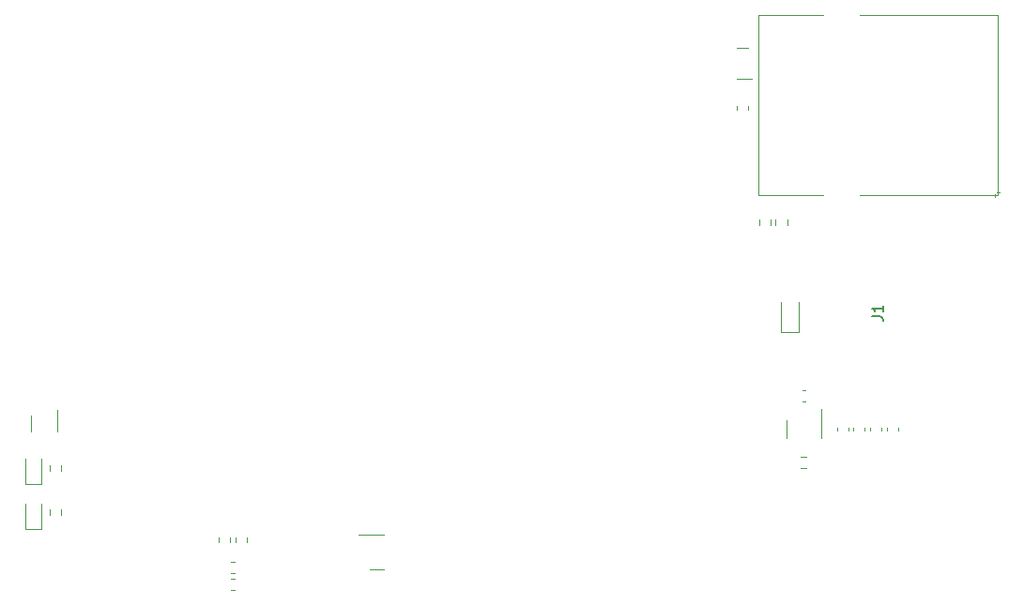
<source format=gbr>
%TF.GenerationSoftware,KiCad,Pcbnew,(5.99.0-10407-g1e8b23402c)*%
%TF.CreationDate,2021-06-04T12:52:52-06:00*%
%TF.ProjectId,mezzanine,6d657a7a-616e-4696-9e65-2e6b69636164,rev?*%
%TF.SameCoordinates,Original*%
%TF.FileFunction,Legend,Top*%
%TF.FilePolarity,Positive*%
%FSLAX46Y46*%
G04 Gerber Fmt 4.6, Leading zero omitted, Abs format (unit mm)*
G04 Created by KiCad (PCBNEW (5.99.0-10407-g1e8b23402c)) date 2021-06-04 12:52:52*
%MOMM*%
%LPD*%
G01*
G04 APERTURE LIST*
%ADD10C,0.150000*%
%ADD11C,0.120000*%
G04 APERTURE END LIST*
D10*
%TO.C,J1*%
X96652380Y-49333333D02*
X97366666Y-49333333D01*
X97509523Y-49380952D01*
X97604761Y-49476190D01*
X97652380Y-49619047D01*
X97652380Y-49714285D01*
X97652380Y-48333333D02*
X97652380Y-48904761D01*
X97652380Y-48619047D02*
X96652380Y-48619047D01*
X96795238Y-48714285D01*
X96890476Y-48809523D01*
X96938095Y-48904761D01*
D11*
%TO.C,U6*%
X52000000Y-72130000D02*
X52650000Y-72130000D01*
X52000000Y-69010000D02*
X52650000Y-69010000D01*
X52000000Y-69010000D02*
X50325000Y-69010000D01*
X52000000Y-72130000D02*
X51350000Y-72130000D01*
%TO.C,R3*%
X38772500Y-69262742D02*
X38772500Y-69737258D01*
X37727500Y-69262742D02*
X37727500Y-69737258D01*
%TO.C,C7*%
X84490000Y-30359420D02*
X84490000Y-30640580D01*
X85510000Y-30359420D02*
X85510000Y-30640580D01*
%TO.C,R4*%
X89022500Y-40587742D02*
X89022500Y-41062258D01*
X87977500Y-40587742D02*
X87977500Y-41062258D01*
%TO.C,R7*%
X23522500Y-63237258D02*
X23522500Y-62762742D01*
X22477500Y-63237258D02*
X22477500Y-62762742D01*
%TO.C,U7*%
X23160000Y-59700000D02*
X23160000Y-57800000D01*
X20840000Y-58300000D02*
X20840000Y-59700000D01*
%TO.C,C4*%
X97510000Y-59640580D02*
X97510000Y-59359420D01*
X96490000Y-59640580D02*
X96490000Y-59359420D01*
%TO.C,C3*%
X93490000Y-59640580D02*
X93490000Y-59359420D01*
X94510000Y-59640580D02*
X94510000Y-59359420D01*
%TO.C,U3*%
X84500000Y-25100000D02*
X85500000Y-25100000D01*
X84500000Y-27900000D02*
X85800000Y-27900000D01*
%TO.C,C5*%
X94990000Y-59640580D02*
X94990000Y-59359420D01*
X96010000Y-59640580D02*
X96010000Y-59359420D01*
%TO.C,R6*%
X22477500Y-67237258D02*
X22477500Y-66762742D01*
X23522500Y-67237258D02*
X23522500Y-66762742D01*
%TO.C,C1*%
X90640580Y-57010000D02*
X90359420Y-57010000D01*
X90640580Y-55990000D02*
X90359420Y-55990000D01*
%TO.C,C8*%
X38859420Y-74010000D02*
X39140580Y-74010000D01*
X38859420Y-72990000D02*
X39140580Y-72990000D01*
%TO.C,R5*%
X86477500Y-40587742D02*
X86477500Y-41062258D01*
X87522500Y-40587742D02*
X87522500Y-41062258D01*
%TO.C,D2*%
X21735000Y-64485000D02*
X21735000Y-62200000D01*
X20265000Y-62200000D02*
X20265000Y-64485000D01*
X20265000Y-64485000D02*
X21735000Y-64485000D01*
%TO.C,R1*%
X90262742Y-63022500D02*
X90737258Y-63022500D01*
X90262742Y-61977500D02*
X90737258Y-61977500D01*
%TO.C,U1*%
X88940000Y-59500000D02*
X88940000Y-60300000D01*
X88940000Y-59500000D02*
X88940000Y-58700000D01*
X92060000Y-59500000D02*
X92060000Y-60300000D01*
X92060000Y-59500000D02*
X92060000Y-57700000D01*
%TO.C,R2*%
X40272500Y-69262742D02*
X40272500Y-69737258D01*
X39227500Y-69262742D02*
X39227500Y-69737258D01*
%TO.C,U5*%
X107900000Y-38150000D02*
X108150000Y-38150000D01*
X95570000Y-22130000D02*
X108020000Y-22130000D01*
X108020000Y-22130000D02*
X108020000Y-38370000D01*
X107750000Y-38250000D02*
X107750000Y-38500000D01*
X95570000Y-38370000D02*
X108020000Y-38370000D01*
X86380000Y-22130000D02*
X92290000Y-22130000D01*
X86380000Y-38370000D02*
X92290000Y-38370000D01*
X86380000Y-38370000D02*
X86380000Y-22130000D01*
%TO.C,D1*%
X21735000Y-68485000D02*
X21735000Y-66200000D01*
X20265000Y-66200000D02*
X20265000Y-68485000D01*
X20265000Y-68485000D02*
X21735000Y-68485000D01*
%TO.C,C9*%
X39140580Y-72510000D02*
X38859420Y-72510000D01*
X39140580Y-71490000D02*
X38859420Y-71490000D01*
%TO.C,C2*%
X88465000Y-50710000D02*
X90035000Y-50710000D01*
X88465000Y-48000000D02*
X88465000Y-50710000D01*
X90035000Y-50710000D02*
X90035000Y-48000000D01*
%TO.C,C6*%
X97990000Y-59640580D02*
X97990000Y-59359420D01*
X99010000Y-59640580D02*
X99010000Y-59359420D01*
%TD*%
M02*

</source>
